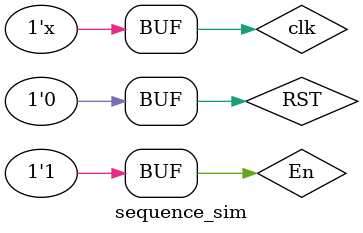
<source format=sv>
`timescale 1ns / 1ps


module sequence_sim();

     logic clk,En,RST;
     logic [6:0]Cth;
     logic [3:0]An;
     
     sequencer UUT(.clk(clk),.En(En),.RST(RST),.Cth(Cth),.An(An));
     
     initial begin
     clk=0;
     RST=1;
     En=1;
     #20;
     RST=0;
     #60;
     En=0;
     
     #120;
     En=1;
     #30;
     RST=1;
     #10;
     RST=0;
     end
     
     always #5 clk=~clk;

endmodule

</source>
